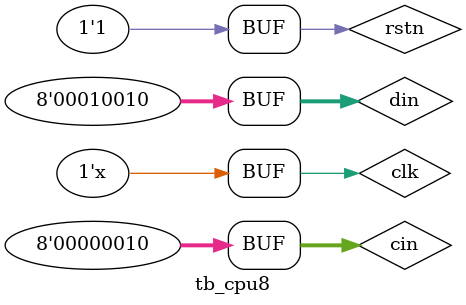
<source format=v>
`timescale 1ns/1ns
module tb_cpu8;
parameter bw=8;
reg clk,rstn;
reg [bw-1:0]din,cin;
//reg [9:0]cin;
wire [bw-1:0]addr,dout;

cpu8 U0(clk,rstn,cin,din, addr,dout);


always #50 clk=~clk;

initial begin
cin =8'd0;clk=0;rstn=0;din=8'd0;
#100 rstn=1;din=0;
#100 din=8'd1;
#100 din=8'd2;
#100 din=8'd3;
#100 din=8'd4;
#100 din=8'd5;
#100 din=8'd6;
#100 din=8'd7;
#300 cin=8'd2;
#200 din=8'd18;


/*#100 rstn=1;din=8'd1;cin=9'b000000000;
#100 din=8'd2;cin=9'b001001001;
#100 din=8'd3;cin=9'b010010010;
#100 din=8'd4;cin=9'b011011011;
#100 din=8'd5;cin=9'b100100100;
#100 din=8'd6;cin=9'b101101101;
#100 din=8'd7;cin=9'b110110110;

#100 din=8'd1;*/
end

endmodule

</source>
